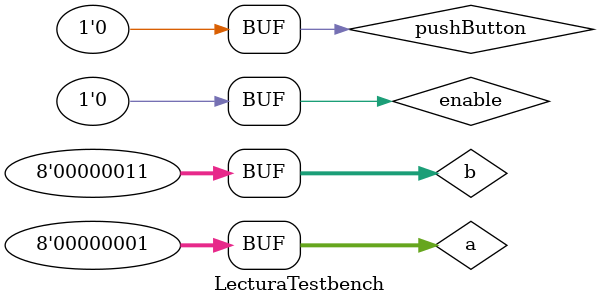
<source format=sv>
`timescale 1ns / 1ps


module LecturaTestbench;
    logic pushButton,enable;
    logic [7:0] a,b;
    logic [7:0] oa,ob;
    logic [13:0] leds;
    Lectura U1(pushButton,a,b,enable,oa,ob);
    Leds U2(a,b,leds);
    
    initial begin
    
    pushButton = 1'b0;
    enable = 1'b0;
    #50
    a = 8'b1;
    b = 8'b0000011;
    pushButton = 1'b1;
    #50
    pushButton = 1'b0;
    #50
    a[0]=0;
    a[1]=0;
    a[2]=0;
    a[3]=0;
    a[4]=0;
    b[0]=1;
    b[1]=1;
    b[2]=1;
    b[3]=1;
    b[4]=1;
    #50
    a = 8'b1;
    b = 8'b0000011;
    pushButton = 1'b1;
    #50
    pushButton = 1'b0;
    end
endmodule

</source>
